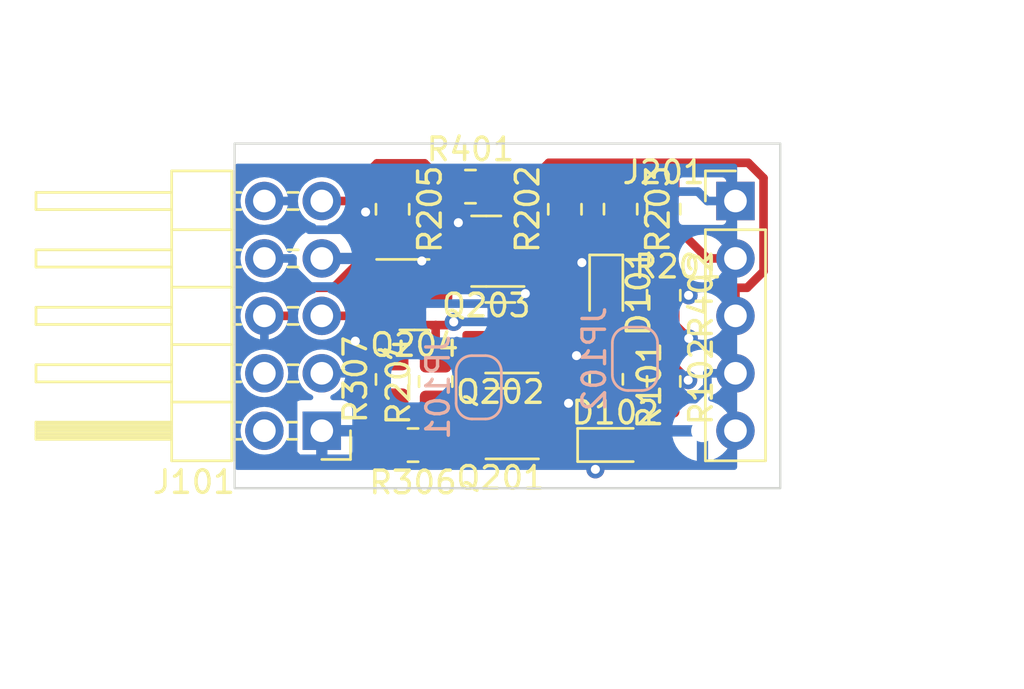
<source format=kicad_pcb>
(kicad_pcb (version 20240108) (generator "pcbnew") (generator_version "8.0")
  (layers (0 "F.Cu" signal) (31 "B.Cu" signal) (34 "B.Paste" user) (35 "F.Paste" user) (36 "B.SilkS" user "B.Silkscreen") (37 "F.SilkS" user "F.Silkscreen") (38 "B.Mask" user) (39 "F.Mask" user) (44 "Edge.Cuts" user))
  (net 0 "")
  (net 1 "Net-(D101-A)")
  (net 2 "Net-(D102-A)")
  (net 3 "GND")
  (net 4 "/RAILCOM_DATA")
  (net 5 "+3v3")
  (net 6 "Net-(JP101-B)")
  (net 7 "/DCC0")
  (net 8 "/DCC1")
  (net 9 "/rails_signal_feedback_dcc-railcom-8x50/RC_FB_IN")
  (net 10 "/rails_signal_feedback_dcc-railcom-8x50/RC_ON_OFF")
  (net 11 "/rails_signal_feedback_dcc-railcom-8x50/RC_CURR")
  (net 12 "Net-(JP102-B)")
  (net 13 "/rails_signal_feedback_dcc-railcom-8x50/RC_SIGNAL")
  (net 14 "/rails_signal_feedback_dcc-railcom-8x50/15R")
  (net 15 "/ACDC_SIGNAL")
  (net 16 "Net-(R306-Pad2)")
  (net 17 "/DCC_MM_SIGNAL")
  (net 20 "+U")
  (footprint "Resistor_SMD:R_0805_2012Metric_Pad1.20x1.40mm_HandSolder" (layer "F.Cu") (at 151.6889 82.91 -90)
    (property "Reference" "R102" (at 0 -1.65 90) (layer "F.SilkS"))
    (property "Value" "100R")
    (fp_line (start -0.227064 0.735) (end 0.227064 0.735) (stroke (width 0.12)) (layer "F.SilkS"))
    (fp_line (start -0.227064 -0.735) (end 0.227064 -0.735) (stroke (width 0.12)) (layer "F.SilkS"))
    (pad "1" smd roundrect (at -1 0 270) (size 1.2 1.4) (layers "F.Cu" "F.Paste" "F.Mask") (roundrect_rratio 0.208333) (net 12 "Net-(JP102-B)"))
    (pad "2" smd roundrect (at 1 0 270) (size 1.2 1.4) (layers "F.Cu" "F.Paste" "F.Mask") (roundrect_rratio 0.208333) (net 2 "Net-(D102-A)"))
  )
  (footprint "Resistor_SMD:R_0805_2012Metric_Pad1.20x1.40mm_HandSolder" (layer "F.Cu") (at 151.6889 79.1 -90)
    (property "Reference" "R402" (at 0 -1.65 90) (layer "F.SilkS"))
    (property "Value" "1k")
    (fp_line (start -0.227064 0.735) (end 0.227064 0.735) (stroke (width 0.12)) (layer "F.SilkS"))
    (fp_line (start -0.227064 -0.735) (end 0.227064 -0.735) (stroke (width 0.12)) (layer "F.SilkS"))
    (pad "1" smd roundrect (at -1 0 270) (size 1.2 1.4) (layers "F.Cu" "F.Paste" "F.Mask") (roundrect_rratio 0.208333) (net 15 "/ACDC_SIGNAL"))
    (pad "2" smd roundrect (at 1 0 270) (size 1.2 1.4) (layers "F.Cu" "F.Paste" "F.Mask") (roundrect_rratio 0.208333) (net 3 "GND"))
  )
  (footprint "Package_TO_SOT_SMD:SOT-23" (layer "F.Cu") (at 143.8425 77.15 180)
    (property "Reference" "Q203" (at 0 -2.4 180) (layer "F.SilkS"))
    (property "Value" "S8550")
    (fp_line (start 0 1.56) (end 0.65 1.56) (stroke (width 0.12)) (layer "F.SilkS"))
    (fp_line (start 0 1.56) (end -0.65 1.56) (stroke (width 0.12)) (layer "F.SilkS"))
    (fp_line (start 0 -1.56) (end 0.65 -1.56) (stroke (width 0.12)) (layer "F.SilkS"))
    (fp_line (start 0 -1.56) (end -1.675 -1.56) (stroke (width 0.12)) (layer "F.SilkS"))
    (pad "1" smd roundrect (at -0.9375 -0.95 180) (size 1.475 0.6) (layers "F.Cu" "F.Paste" "F.Mask") (net 5 "+3v3"))
    (pad "2" smd roundrect (at -0.9375 0.95 180) (size 1.475 0.6) (layers "F.Cu" "F.Paste" "F.Mask") (net 11 "/rails_signal_feedback_dcc-railcom-8x50/RC_CURR"))
    (pad "3" smd roundrect (at 0.9375 0 180) (size 1.475 0.6) (layers "F.Cu" "F.Paste" "F.Mask") (net 9 "/rails_signal_feedback_dcc-railcom-8x50/RC_FB_IN"))
  )
  (footprint "Package_TO_SOT_SMD:SOT-23" (layer "F.Cu") (at 144.4625 80.9775 180)
    (property "Reference" "Q202" (at 0 -2.4 180) (layer "F.SilkS"))
    (property "Value" "S8550")
    (fp_line (start 0 1.56) (end 0.65 1.56) (stroke (width 0.12)) (layer "F.SilkS"))
    (fp_line (start 0 1.56) (end -0.65 1.56) (stroke (width 0.12)) (layer "F.SilkS"))
    (fp_line (start 0 -1.56) (end 0.65 -1.56) (stroke (width 0.12)) (layer "F.SilkS"))
    (fp_line (start 0 -1.56) (end -1.675 -1.56) (stroke (width 0.12)) (layer "F.SilkS"))
    (pad "1" smd roundrect (at -0.9375 -0.95 180) (size 1.475 0.6) (layers "F.Cu" "F.Paste" "F.Mask") (net 11 "/rails_signal_feedback_dcc-railcom-8x50/RC_CURR"))
    (pad "2" smd roundrect (at -0.9375 0.95 180) (size 1.475 0.6) (layers "F.Cu" "F.Paste" "F.Mask") (net 9 "/rails_signal_feedback_dcc-railcom-8x50/RC_FB_IN"))
    (pad "3" smd roundrect (at 0.9375 0 180) (size 1.475 0.6) (layers "F.Cu" "F.Paste" "F.Mask") (net 13 "/rails_signal_feedback_dcc-railcom-8x50/RC_SIGNAL"))
  )
  (footprint "Resistor_SMD:R_0805_2012Metric_Pad1.20x1.40mm_HandSolder" (layer "F.Cu") (at 140.605 85.725 180)
    (property "Reference" "R306" (at 0 -1.65 180) (layer "F.SilkS"))
    (property "Value" "10k")
    (fp_line (start -0.227064 0.735) (end 0.227064 0.735) (stroke (width 0.12)) (layer "F.SilkS"))
    (fp_line (start -0.227064 -0.735) (end 0.227064 -0.735) (stroke (width 0.12)) (layer "F.SilkS"))
    (pad "1" smd roundrect (at -1 0 180) (size 1.2 1.4) (layers "F.Cu" "F.Paste" "F.Mask") (roundrect_rratio 0.208333) (net 8 "/DCC1"))
    (pad "2" smd roundrect (at 1 0 180) (size 1.2 1.4) (layers "F.Cu" "F.Paste" "F.Mask") (roundrect_rratio 0.208333) (net 16 "Net-(R306-Pad2)"))
  )
  (footprint "Package_TO_SOT_SMD:SOT-23" (layer "F.Cu") (at 144.4775 84.775 180)
    (property "Reference" "Q201" (at 0 -2.4 180) (layer "F.SilkS"))
    (property "Value" "S8050")
    (fp_line (start 0 1.56) (end 0.65 1.56) (stroke (width 0.12)) (layer "F.SilkS"))
    (fp_line (start 0 1.56) (end -0.65 1.56) (stroke (width 0.12)) (layer "F.SilkS"))
    (fp_line (start 0 -1.56) (end 0.65 -1.56) (stroke (width 0.12)) (layer "F.SilkS"))
    (fp_line (start 0 -1.56) (end -1.675 -1.56) (stroke (width 0.12)) (layer "F.SilkS"))
    (pad "1" smd roundrect (at -0.9375 -0.95 180) (size 1.475 0.6) (layers "F.Cu" "F.Paste" "F.Mask") (net 13 "/rails_signal_feedback_dcc-railcom-8x50/RC_SIGNAL"))
    (pad "2" smd roundrect (at -0.9375 0.95 180) (size 1.475 0.6) (layers "F.Cu" "F.Paste" "F.Mask") (net 13 "/rails_signal_feedback_dcc-railcom-8x50/RC_SIGNAL"))
    (pad "3" smd roundrect (at 0.9375 0 180) (size 1.475 0.6) (layers "F.Cu" "F.Paste" "F.Mask") (net 8 "/DCC1"))
  )
  (footprint "Resistor_SMD:R_0805_2012Metric_Pad1.20x1.40mm_HandSolder" (layer "F.Cu") (at 143.145 74.295)
    (property "Reference" "R401" (at 0 -1.65 0) (layer "F.SilkS"))
    (property "Value" "10k")
    (fp_line (start -0.227064 -0.735) (end 0.227064 -0.735) (stroke (width 0.12)) (layer "F.SilkS"))
    (fp_line (start -0.227064 0.735) (end 0.227064 0.735) (stroke (width 0.12)) (layer "F.SilkS"))
    (pad "1" smd roundrect (at -1 0) (size 1.2 1.4) (layers "F.Cu" "F.Paste" "F.Mask") (roundrect_rratio 0.208333) (net 20 "+U"))
    (pad "2" smd roundrect (at 1 0) (size 1.2 1.4) (layers "F.Cu" "F.Paste" "F.Mask") (roundrect_rratio 0.208333) (net 15 "/ACDC_SIGNAL"))
  )
  (footprint "Resistor_SMD:R_0805_2012Metric_Pad1.20x1.40mm_HandSolder" (layer "F.Cu") (at 149.7839 75.29 -90)
    (property "Reference" "R203" (at 0 -1.65 90) (layer "F.SilkS"))
    (property "Value" "10R")
    (fp_line (start -0.227064 0.735) (end 0.227064 0.735) (stroke (width 0.12)) (layer "F.SilkS"))
    (fp_line (start -0.227064 -0.735) (end 0.227064 -0.735) (stroke (width 0.12)) (layer "F.SilkS"))
    (pad "1" smd roundrect (at -1 0 270) (size 1.2 1.4) (layers "F.Cu" "F.Paste" "F.Mask") (roundrect_rratio 0.2083333333) (net 14 "/rails_signal_feedback_dcc-railcom-8x50/15R"))
    (pad "2" smd roundrect (at 1 0 270) (size 1.2 1.4) (layers "F.Cu" "F.Paste" "F.Mask") (roundrect_rratio 0.2083333333) (net 5 "+3v3"))
  )
  (footprint "Resistor_SMD:R_0805_2012Metric_Pad1.20x1.40mm_HandSolder" (layer "F.Cu") (at 139.7 82.82 90)
    (property "Reference" "R307" (at 0 -1.65 -90) (layer "F.SilkS"))
    (property "Value" "10k")
    (fp_line (start -0.227064 -0.735) (end 0.227064 -0.735) (stroke (width 0.12)) (layer "F.SilkS"))
    (fp_line (start -0.227064 0.735) (end 0.227064 0.735) (stroke (width 0.12)) (layer "F.SilkS"))
    (pad "1" smd roundrect (at -1 0 90) (size 1.2 1.4) (layers "F.Cu" "F.Paste" "F.Mask") (roundrect_rratio 0.208333) (net 16 "Net-(R306-Pad2)"))
    (pad "2" smd roundrect (at 1 0 90) (size 1.2 1.4) (layers "F.Cu" "F.Paste" "F.Mask") (roundrect_rratio 0.208333) (net 17 "/DCC_MM_SIGNAL"))
  )
  (footprint "Resistor_SMD:R_0805_2012Metric_Pad1.20x1.40mm_HandSolder" (layer "F.Cu") (at 149.1489 82.815 90)
    (property "Reference" "R101" (at -0.27 1.905 -90) (layer "F.SilkS"))
    (property "Value" "100R")
    (fp_line (start -0.227064 -0.735) (end 0.227064 -0.735) (stroke (width 0.12)) (layer "F.SilkS"))
    (fp_line (start -0.227064 0.735) (end 0.227064 0.735) (stroke (width 0.12)) (layer "F.SilkS"))
    (pad "1" smd roundrect (at -1 0 90) (size 1.2 1.4) (layers "F.Cu" "F.Paste" "F.Mask") (roundrect_rratio 0.2083333333) (net 6 "Net-(JP101-B)"))
    (pad "2" smd roundrect (at 1 0 90) (size 1.2 1.4) (layers "F.Cu" "F.Paste" "F.Mask") (roundrect_rratio 0.2083333333) (net 1 "Net-(D101-A)"))
  )
  (footprint "Resistor_SMD:R_0805_2012Metric_Pad1.20x1.40mm_HandSolder" (layer "F.Cu") (at 147.32 75.295 90)
    (property "Reference" "R202" (at 0 -1.65 -90) (layer "F.SilkS"))
    (property "Value" "10R")
    (fp_line (start -0.227064 -0.735) (end 0.227064 -0.735) (stroke (width 0.12)) (layer "F.SilkS"))
    (fp_line (start -0.227064 0.735) (end 0.227064 0.735) (stroke (width 0.12)) (layer "F.SilkS"))
    (pad "1" smd roundrect (at -1 0 90) (size 1.2 1.4) (layers "F.Cu" "F.Paste" "F.Mask") (roundrect_rratio 0.2083333333) (net 11 "/rails_signal_feedback_dcc-railcom-8x50/RC_CURR"))
    (pad "2" smd roundrect (at 1 0 90) (size 1.2 1.4) (layers "F.Cu" "F.Paste" "F.Mask") (roundrect_rratio 0.2083333333) (net 14 "/rails_signal_feedback_dcc-railcom-8x50/15R"))
  )
  (footprint "Resistor_SMD:R_0805_2012Metric_Pad1.20x1.40mm_HandSolder" (layer "F.Cu") (at 139.7 75.295 -90)
    (property "Reference" "R205" (at 0 -1.65 90) (layer "F.SilkS"))
    (property "Value" "10k")
    (fp_line (start -0.227064 0.735) (end 0.227064 0.735) (stroke (width 0.12)) (layer "F.SilkS"))
    (fp_line (start -0.227064 -0.735) (end 0.227064 -0.735) (stroke (width 0.12)) (layer "F.SilkS"))
    (pad "1" smd roundrect (at -1 0 270) (size 1.2 1.4) (layers "F.Cu" "F.Paste" "F.Mask") (roundrect_rratio 0.2083333333) (net 9 "/rails_signal_feedback_dcc-railcom-8x50/RC_FB_IN"))
    (pad "2" smd roundrect (at 1 0 270) (size 1.2 1.4) (layers "F.Cu" "F.Paste" "F.Mask") (roundrect_rratio 0.2083333333) (net 4 "/RAILCOM_DATA"))
  )
  (footprint "Connector_PinHeader_2.54mm:PinHeader_2x05_P2.54mm_Horizontal" (layer "F.Cu") (at 136.5695 85.09 180)
    (property "Reference" "J101" (at 5.655 -2.27 180) (layer "F.SilkS"))
    (property "Value" "Conn_02x05_Odd_Even")
    (fp_line (start 12.64 10.54) (end 6.64 10.54) (stroke (width 0.12)) (layer "F.SilkS"))
    (fp_line (start 12.64 9.78) (end 12.64 10.54) (stroke (width 0.12)) (layer "F.SilkS"))
    (fp_line (start 12.64 8) (end 6.64 8) (stroke (width 0.12)) (layer "F.SilkS"))
    (fp_line (start 12.64 7.24) (end 12.64 8) (stroke (width 0.12)) (layer "F.SilkS"))
    (fp_line (start 12.64 5.46) (end 6.64 5.46) (stroke (width 0.12)) (layer "F.SilkS"))
    (fp_line (start 12.64 4.7) (end 12.64 5.46) (stroke (width 0.12)) (layer "F.SilkS"))
    (fp_line (start 12.64 2.92) (end 6.64 2.92) (stroke (width 0.12)) (layer "F.SilkS"))
    (fp_line (start 12.64 2.16) (end 12.64 2.92) (stroke (width 0.12)) (layer "F.SilkS"))
    (fp_line (start 12.64 0.38) (end 6.64 0.38) (stroke (width 0.12)) (layer "F.SilkS"))
    (fp_line (start 12.64 -0.38) (end 12.64 0.38) (stroke (width 0.12)) (layer "F.SilkS"))
    (fp_line (start 6.64 11.49) (end 6.64 -1.33) (stroke (width 0.12)) (layer "F.SilkS"))
    (fp_line (start 6.64 9.78) (end 12.64 9.78) (stroke (width 0.12)) (layer "F.SilkS"))
    (fp_line (start 6.64 7.24) (end 12.64 7.24) (stroke (width 0.12)) (layer "F.SilkS"))
    (fp_line (start 6.64 4.7) (end 12.64 4.7) (stroke (width 0.12)) (layer "F.SilkS"))
    (fp_line (start 6.64 2.16) (end 12.64 2.16) (stroke (width 0.12)) (layer "F.SilkS"))
    (fp_line (start 6.64 0.28) (end 12.64 0.28) (stroke (width 0.12)) (layer "F.SilkS"))
    (fp_line (start 6.64 0.16) (end 12.64 0.16) (stroke (width 0.12)) (layer "F.SilkS"))
    (fp_line (start 6.64 0.04) (end 12.64 0.04) (stroke (width 0.12)) (layer "F.SilkS"))
    (fp_line (start 6.64 -0.08) (end 12.64 -0.08) (stroke (width 0.12)) (layer "F.SilkS"))
    (fp_line (start 6.64 -0.2) (end 12.64 -0.2) (stroke (width 0.12)) (layer "F.SilkS"))
    (fp_line (start 6.64 -0.32) (end 12.64 -0.32) (stroke (width 0.12)) (layer "F.SilkS"))
    (fp_line (start 6.64 -0.38) (end 12.64 -0.38) (stroke (width 0.12)) (layer "F.SilkS"))
    (fp_line (start 6.64 -1.33) (end 3.98 -1.33) (stroke (width 0.12)) (layer "F.SilkS"))
    (fp_line (start 3.98 11.49) (end 6.64 11.49) (stroke (width 0.12)) (layer "F.SilkS"))
    (fp_line (start 3.98 8.89) (end 6.64 8.89) (stroke (width 0.12)) (layer "F.SilkS"))
    (fp_line (start 3.98 6.35) (end 6.64 6.35) (stroke (width 0.12)) (layer "F.SilkS"))
    (fp_line (start 3.98 3.81) (end 6.64 3.81) (stroke (width 0.12)) (layer "F.SilkS"))
    (fp_line (start 3.98 1.27) (end 6.64 1.27) (stroke (width 0.12)) (layer "F.SilkS"))
    (fp_line (start 3.98 -1.33) (end 3.98 11.49) (stroke (width 0.12)) (layer "F.SilkS"))
    (fp_line (start 3.582929 10.54) (end 3.98 10.54) (stroke (width 0.12)) (layer "F.SilkS"))
    (fp_line (start 3.582929 9.78) (end 3.98 9.78) (stroke (width 0.12)) (layer "F.SilkS"))
    (fp_line (start 3.582929 8) (end 3.98 8) (stroke (width 0.12)) (layer "F.SilkS"))
    (fp_line (start 3.582929 7.24) (end 3.98 7.24) (stroke (width 0.12)) (layer "F.SilkS"))
    (fp_line (start 3.582929 5.46) (end 3.98 5.46) (stroke (width 0.12)) (layer "F.SilkS"))
    (fp_line (start 3.582929 4.7) (end 3.98 4.7) (stroke (width 0.12)) (layer "F.SilkS"))
    (fp_line (start 3.582929 2.92) (end 3.98 2.92) (stroke (width 0.12)) (layer "F.SilkS"))
    (fp_line (start 3.582929 2.16) (end 3.98 2.16) (stroke (width 0.12)) (layer "F.SilkS"))
    (fp_line (start 3.582929 0.38) (end 3.98 0.38) (stroke (width 0.12)) (layer "F.SilkS"))
    (fp_line (start 3.582929 -0.38) (end 3.98 -0.38) (stroke (width 0.12)) (layer "F.SilkS"))
    (fp_line (start 1.11 0.38) (end 1.497071 0.38) (stroke (width 0.12)) (layer "F.SilkS"))
    (fp_line (start 1.11 -0.38) (end 1.497071 -0.38) (stroke (width 0.12)) (layer "F.SilkS"))
    (fp_line (start 1.042929 10.54) (end 1.497071 10.54) (stroke (width 0.12)) (layer "F.SilkS"))
    (fp_line (start 1.042929 9.78) (end 1.497071 9.78) (stroke (width 0.12)) (layer "F.SilkS"))
    (fp_line (start 1.042929 8) (end 1.497071 8) (stroke (width 0.12)) (layer "F.SilkS"))
    (fp_line (start 1.042929 7.24) (end 1.497071 7.24) (stroke (width 0.12)) (layer "F.SilkS"))
    (fp_line (start 1.042929 5.46) (end 1.497071 5.46) (stroke (width 0.12)) (layer "F.SilkS"))
    (fp_line (start 1.042929 4.7) (end 1.497071 4.7) (stroke (width 0.12)) (layer "F.SilkS"))
    (fp_line (start 1.042929 2.92) (end 1.497071 2.92) (stroke (width 0.12)) (layer "F.SilkS"))
    (fp_line (start 1.042929 2.16) (end 1.497071 2.16) (stroke (width 0.12)) (layer "F.SilkS"))
    (fp_line (start -1.27 0) (end -1.27 -1.27) (stroke (width 0.12)) (layer "F.SilkS"))
    (fp_line (start -1.27 -1.27) (end 0 -1.27) (stroke (width 0.12)) (layer "F.SilkS"))
    (pad "1" thru_hole rect (at 0 0 180) (size 1.7 1.7) (drill 1) (layers "*.Cu" "*.Mask") (net 3 "GND"))
    (pad "2" thru_hole oval (at 2.54 0 180) (size 1.7 1.7) (drill 1) (layers "*.Cu" "*.Mask"))
    (pad "3" thru_hole oval (at 0 2.54 180) (size 1.7 1.7) (drill 1) (layers "*.Cu" "*.Mask") (net 5 "+3v3"))
    (pad "4" thru_hole oval (at 2.54 2.54 180) (size 1.7 1.7) (drill 1) (layers "*.Cu" "*.Mask"))
    (pad "5" thru_hole oval (at 0 5.08 180) (size 1.7 1.7) (drill 1) (layers "*.Cu" "*.Mask") (net 7 "/DCC0"))
    (pad "6" thru_hole oval (at 2.54 5.08 180) (size 1.7 1.7) (drill 1) (layers "*.Cu" "*.Mask") (net 4 "/RAILCOM_DATA"))
    (pad "7" thru_hole oval (at 0 7.62 180) (size 1.7 1.7) (drill 1) (layers "*.Cu" "*.Mask") (net 3 "GND"))
    (pad "8" thru_hole oval (at 2.54 7.62 180) (size 1.7 1.7) (drill 1) (layers "*.Cu" "*.Mask") (net 17 "/DCC_MM_SIGNAL"))
    (pad "9" thru_hole oval (at 0 10.16 180) (size 1.7 1.7) (drill 1) (layers "*.Cu" "*.Mask") (net 20 "+U"))
    (pad "10" thru_hole oval (at 2.54 10.16 180) (size 1.7 1.7) (drill 1) (layers "*.Cu" "*.Mask") (net 15 "/ACDC_SIGNAL"))
  )
  (footprint "Connector_PinHeader_2.54mm:PinHeader_1x05_P2.54mm_Vertical" (layer "F.Cu") (at 154.8639 74.93)
    (property "Reference" "J201" (at -3.175 -1.27 0) (layer "F.SilkS"))
    (property "Value" "Conn_01x05")
    (fp_line (start -1.33 -1.33) (end 0 -1.33) (stroke (width 0.12)) (layer "F.SilkS"))
    (fp_line (start -1.33 0) (end -1.33 -1.33) (stroke (width 0.12)) (layer "F.SilkS"))
    (fp_line (start -1.33 1.27) (end -1.33 11.49) (stroke (width 0.12)) (layer "F.SilkS"))
    (fp_line (start -1.33 1.27) (end 1.33 1.27) (stroke (width 0.12)) (layer "F.SilkS"))
    (fp_line (start -1.33 11.49) (end 1.33 11.49) (stroke (width 0.12)) (layer "F.SilkS"))
    (fp_line (start 1.33 1.27) (end 1.33 11.49) (stroke (width 0.12)) (layer "F.SilkS"))
    (pad "1" thru_hole rect (at 0 0) (size 1.7 1.7) (drill 1) (layers "*.Cu" "*.Mask") (net 4 "/RAILCOM_DATA"))
    (pad "2" thru_hole oval (at 0 2.54) (size 1.7 1.7) (drill 1) (layers "*.Cu" "*.Mask") (net 11 "/rails_signal_feedback_dcc-railcom-8x50/RC_CURR"))
    (pad "3" thru_hole oval (at 0 5.08) (size 1.7 1.7) (drill 1) (layers "*.Cu" "*.Mask") (net 9 "/rails_signal_feedback_dcc-railcom-8x50/RC_FB_IN"))
    (pad "4" thru_hole oval (at 0 7.62) (size 1.7 1.7) (drill 1) (layers "*.Cu" "*.Mask") (net 10 "/rails_signal_feedback_dcc-railcom-8x50/RC_ON_OFF"))
    (pad "5" thru_hole oval (at 0 10.16) (size 1.7 1.7) (drill 1) (layers "*.Cu" "*.Mask") (net 3 "GND"))
  )
  (footprint "LED_SMD:LED_0603_1608Metric_Pad1.05x0.95mm_HandSolder" (layer "F.Cu") (at 149.5439 85.72)
    (property "Reference" "D102" (at 0 -1.43 0) (layer "F.SilkS"))
    (property "Value" "LED")
    (fp_line (start -1.66 -0.735) (end -1.66 0.735) (stroke (width 0.12)) (layer "F.SilkS"))
    (fp_line (start -1.66 0.735) (end 0.8 0.735) (stroke (width 0.12)) (layer "F.SilkS"))
    (fp_line (start 0.8 -0.735) (end -1.66 -0.735) (stroke (width 0.12)) (layer "F.SilkS"))
    (pad "1" smd roundrect (at -0.875 0) (size 1.05 0.95) (layers "F.Cu" "F.Paste" "F.Mask") (net 3 "GND"))
    (pad "2" smd roundrect (at 0.875 0) (size 1.05 0.95) (layers "F.Cu" "F.Paste" "F.Mask") (net 2 "Net-(D102-A)"))
  )
  (footprint "LED_SMD:LED_0603_1608Metric_Pad1.05x0.95mm_HandSolder" (layer "F.Cu") (at 149.1489 78.975 -90)
    (property "Reference" "D101" (at 0 -1.43 90) (layer "F.SilkS"))
    (property "Value" "LED")
    (fp_line (start -1.66 0.735) (end 0.8 0.735) (stroke (width 0.12)) (layer "F.SilkS"))
    (fp_line (start -1.66 -0.735) (end -1.66 0.735) (stroke (width 0.12)) (layer "F.SilkS"))
    (fp_line (start 0.8 -0.735) (end -1.66 -0.735) (stroke (width 0.12)) (layer "F.SilkS"))
    (pad "1" smd roundrect (at -0.875 0 270) (size 1.05 0.95) (layers "F.Cu" "F.Paste" "F.Mask") (net 3 "GND"))
    (pad "2" smd roundrect (at 0.875 0 270) (size 1.05 0.95) (layers "F.Cu" "F.Paste" "F.Mask") (net 1 "Net-(D101-A)"))
  )
  (footprint "Resistor_SMD:R_0805_2012Metric_Pad1.20x1.40mm_HandSolder" (layer "F.Cu") (at 151.6889 75.29 90)
    (property "Reference" "R201" (at -2.54 0.635 0) (layer "F.SilkS"))
    (property "Value" "10R")
    (fp_line (start -0.227064 -0.735) (end 0.227064 -0.735) (stroke (width 0.12)) (layer "F.SilkS"))
    (fp_line (start -0.227064 0.735) (end 0.227064 0.735) (stroke (width 0.12)) (layer "F.SilkS"))
    (pad "1" smd roundrect (at -1 0 90) (size 1.2 1.4) (layers "F.Cu" "F.Paste" "F.Mask") (roundrect_rratio 0.2083333333) (net 11 "/rails_signal_feedback_dcc-railcom-8x50/RC_CURR"))
    (pad "2" smd roundrect (at 1 0 90) (size 1.2 1.4) (layers "F.Cu" "F.Paste" "F.Mask") (roundrect_rratio 0.2083333333) (net 14 "/rails_signal_feedback_dcc-railcom-8x50/15R"))
  )
  (footprint "Package_TO_SOT_SMD:SOT-23" (layer "F.Cu") (at 140.6675 79.0725)
    (property "Reference" "Q204" (at 0 2.225 0) (layer "F.SilkS"))
    (property "Value" "S8050")
    (fp_line (start 0 -1.56) (end -1.675 -1.56) (stroke (width 0.12)) (layer "F.SilkS"))
    (fp_line (start 0 -1.56) (end 0.65 -1.56) (stroke (width 0.12)) (layer "F.SilkS"))
    (fp_line (start 0 1.56) (end -0.65 1.56) (stroke (width 0.12)) (layer "F.SilkS"))
    (fp_line (start 0 1.56) (end 0.65 1.56) (stroke (width 0.12)) (layer "F.SilkS"))
    (pad "1" smd roundrect (at -0.9375 -0.95) (size 1.475 0.6) (layers "F.Cu" "F.Paste" "F.Mask") (net 3 "GND"))
    (pad "2" smd roundrect (at -0.9375 0.95) (size 1.475 0.6) (layers "F.Cu" "F.Paste" "F.Mask") (net 10 "/rails_signal_feedback_dcc-railcom-8x50/RC_ON_OFF"))
    (pad "3" smd roundrect (at 0.9375 0) (size 1.475 0.6) (layers "F.Cu" "F.Paste" "F.Mask") (net 7 "/DCC0"))
  )
  (footprint "Resistor_SMD:R_0805_2012Metric_Pad1.20x1.40mm_HandSolder" (layer "F.Cu") (at 141.605 82.915 90)
    (property "Reference" "R204" (at 0 -1.65 -90) (layer "F.SilkS"))
    (property "Value" "10k")
    (fp_line (start -0.227064 -0.735) (end 0.227064 -0.735) (stroke (width 0.12)) (layer "F.SilkS"))
    (fp_line (start -0.227064 0.735) (end 0.227064 0.735) (stroke (width 0.12)) (layer "F.SilkS"))
    (pad "1" smd roundrect (at -1 0 90) (size 1.2 1.4) (layers "F.Cu" "F.Paste" "F.Mask") (roundrect_rratio 0.2083333333) (net 13 "/rails_signal_feedback_dcc-railcom-8x50/RC_SIGNAL"))
    (pad "2" smd roundrect (at 1 0 90) (size 1.2 1.4) (layers "F.Cu" "F.Paste" "F.Mask") (roundrect_rratio 0.2083333333) (net 10 "/rails_signal_feedback_dcc-railcom-8x50/RC_ON_OFF"))
  )
  (footprint "Jumper:SolderJumper-2_P1.3mm_Bridged_RoundedPad1.0x1.5mm" (layer "B.Cu") (at 150.4189 81.91 -90)
    (property "Reference" "JP102" (at 0 1.8 90) (layer "B.SilkS") (effects (justify mirror)))
    (property "Value" "SolderJumper_2_Bridged")
    (fp_poly (pts (xy 0.25 0.3) (xy -0.25 0.3) (xy -0.25 -0.3) (xy 0.25 -0.3)) (fill solid) (layer "B.Cu"))
    (fp_line (start 0.7 1) (end -0.7 1) (stroke (width 0.12)) (layer "B.SilkS"))
    (fp_line (start -1.4 0.3) (end -1.4 -0.3) (stroke (width 0.12)) (layer "B.SilkS"))
    (fp_line (start 1.4 -0.3) (end 1.4 0.3) (stroke (width 0.12)) (layer "B.SilkS"))
    (fp_line (start -0.7 -1) (end 0.7 -1) (stroke (width 0.12)) (layer "B.SilkS"))
    (fp_arc (start -0.7 1) (mid -1.194975 0.794975) (end -1.4 0.3) (stroke (width 0.12)) (layer "B.SilkS"))
    (fp_arc (start 1.4 0.3) (mid 1.194975 0.794975) (end 0.7 1) (stroke (width 0.12)) (layer "B.SilkS"))
    (fp_arc (start -1.4 -0.3) (mid -1.194975 -0.794975) (end -0.7 -1) (stroke (width 0.12)) (layer "B.SilkS"))
    (fp_arc (start 0.7 -1) (mid 1.194975 -0.794975) (end 1.4 -0.3) (stroke (width 0.12)) (layer "B.SilkS"))
    (pad "1" smd custom (at -0.65 0 270) (size 1 0.5) (layers "B.Cu" "B.Mask") (net 15 "/ACDC_SIGNAL") (options (clearance outline) (anchor rect)) (primitives (gr_circle (center 0 -0.25) (end 0.5 -0.25) (width 0) (fill yes)) (gr_circle (center 0 0.25) (end 0.5 0.25) (width 0) (fill yes)) (gr_poly (pts (xy 0.5 -0.75) (xy 0 -0.75) (xy 0 0.75) (xy 0.5 0.75)) (width 0) (fill yes))))
    (pad "2" smd custom (at 0.65 0 270) (size 1 0.5) (layers "B.Cu" "B.Mask") (net 12 "Net-(JP102-B)") (options (clearance outline) (anchor rect)) (primitives (gr_circle (center 0 -0.25) (end 0.5 -0.25) (width 0) (fill yes)) (gr_circle (center 0 0.25) (end 0.5 0.25) (width 0) (fill yes)) (gr_poly (pts (xy 0 -0.75) (xy -0.5 -0.75) (xy -0.5 0.75) (xy 0 0.75)) (width 0) (fill yes))))
  )
  (footprint "Jumper:SolderJumper-2_P1.3mm_Bridged_RoundedPad1.0x1.5mm" (layer "B.Cu") (at 143.51 83.17 -90)
    (property "Reference" "JP101" (at 0 1.8 90) (layer "B.SilkS") (effects (justify mirror)))
    (property "Value" "SolderJumper_2_Bridged")
    (fp_poly (pts (xy 0.25 0.3) (xy -0.25 0.3) (xy -0.25 -0.3) (xy 0.25 -0.3)) (fill solid) (layer "B.Cu"))
    (fp_line (start 0.7 1) (end -0.7 1) (stroke (width 0.12)) (layer "B.SilkS"))
    (fp_line (start -1.4 0.3) (end -1.4 -0.3) (stroke (width 0.12)) (layer "B.SilkS"))
    (fp_line (start 1.4 -0.3) (end 1.4 0.3) (stroke (width 0.12)) (layer "B.SilkS"))
    (fp_line (start -0.7 -1) (end 0.7 -1) (stroke (width 0.12)) (layer "B.SilkS"))
    (fp_arc (start -0.7 1) (mid -1.194975 0.794975) (end -1.4 0.3) (stroke (width 0.12)) (layer "B.SilkS"))
    (fp_arc (start 1.4 0.3) (mid 1.194975 0.794975) (end 0.7 1) (stroke (width 0.12)) (layer "B.SilkS"))
    (fp_arc (start -1.4 -0.3) (mid -1.194975 -0.794975) (end -0.7 -1) (stroke (width 0.12)) (layer "B.SilkS"))
    (fp_arc (start 0.7 -1) (mid 1.194975 -0.794975) (end 1.4 -0.3) (stroke (width 0.12)) (layer "B.SilkS"))
    (pad "1" smd custom (at -0.65 0 270) (size 1 0.5) (layers "B.Cu" "B.Mask") (net 4 "/RAILCOM_DATA") (options (clearance outline) (anchor rect)) (primitives (gr_circle (center 0 -0.25) (end 0.5 -0.25) (width 0) (fill yes)) (gr_circle (center 0 0.25) (end 0.5 0.25) (width 0) (fill yes)) (gr_poly (pts (xy 0.5 -0.75) (xy 0 -0.75) (xy 0 0.75) (xy 0.5 0.75)) (width 0) (fill yes))))
    (pad "2" smd custom (at 0.65 0 270) (size 1 0.5) (layers "B.Cu" "B.Mask") (net 6 "Net-(JP101-B)") (options (clearance outline) (anchor rect)) (primitives (gr_circle (center 0 -0.25) (end 0.5 -0.25) (width 0) (fill yes)) (gr_circle (center 0 0.25) (end 0.5 0.25) (width 0) (fill yes)) (gr_poly (pts (xy 0 -0.75) (xy -0.5 -0.75) (xy -0.5 0.75) (xy 0 0.75)) (width 0) (fill yes))))
  )
  (gr_rect (start 132.715 72.39) (end 156.845 87.63) (stroke (width 0.1)) (fill none) (layer "Edge.Cuts"))
  (segment (start 149.1489 79.85) (end 149.1489 81.815) (width 0.381) (layer "F.Cu") (net 1))
  (segment (start 150.4189 85.72) (end 151.6889 84.45) (width 0.381) (layer "F.Cu") (net 2))
  (segment (start 151.6889 84.45) (end 151.6889 83.91) (width 0.381) (layer "F.Cu") (net 2))
  (segment (start 149.1489 78.1) (end 148.7027 77.6538) (width 0.381) (layer "F.Cu") (net 3))
  (segment (start 148.7027 77.6538) (end 148.0712 77.6538) (width 0.381) (layer "F.Cu") (net 3))
  (segment (start 151.8917 80.1) (end 152.7987 81.007) (width 0.381) (layer "F.Cu") (net 3))
  (segment (start 140.9906 77.5812) (end 140.2713 77.5812) (width 0.381) (layer "F.Cu") (net 3))
  (segment (start 151.6889 80.1) (end 151.8917 80.1) (width 0.381) (layer "F.Cu") (net 3))
  (segment (start 140.2713 77.5812) (end 139.73 78.1225) (width 0.381) (layer "F.Cu") (net 3))
  (segment (start 148.6689 85.72) (end 148.6689 86.7979) (width 0.381) (layer "F.Cu") (net 3))
  (via (at 152.7987 81.007) (size 0.8) (drill 0.4) (layers "F.Cu" "B.Cu") (net 3))
  (via (at 148.0712 77.6538) (size 0.8) (drill 0.4) (layers "F.Cu" "B.Cu") (net 3))
  (via (at 140.9906 77.5812) (size 0.8) (drill 0.4) (layers "F.Cu" "B.Cu") (net 3))
  (via (at 148.6689 86.7979) (size 0.8) (drill 0.4) (layers "F.Cu" "B.Cu") (net 3))
  (segment (start 137.0798 78.7678) (end 136.048 78.7678) (width 0.381) (layer "F.Cu") (net 4))
  (segment (start 139.4627 76.3849) (end 138.5066 75.4288) (width 0.381) (layer "F.Cu") (net 4))
  (segment (start 139.4627 76.3849) (end 139.6101 76.3849) (width 0.381) (layer "F.Cu") (net 4))
  (segment (start 136.048 78.7678) (end 135.2717 79.5441) (width 0.381) (layer "F.Cu") (net 4))
  (segment (start 138.5066 75.4288) (end 138.5066 75.4168) (width 0.381) (layer "F.Cu") (net 4))
  (segment (start 135.2717 79.5441) (end 135.2717 80.01) (width 0.381) (layer "F.Cu") (net 4))
  (segment (start 134.0295 80.01) (end 135.2717 80.01) (width 0.381) (layer "F.Cu") (net 4))
  (segment (start 139.6101 76.3849) (end 139.7 76.295) (width 0.381) (layer "F.Cu") (net 4))
  (segment (start 139.4627 76.3849) (end 137.0798 78.7678) (width 0.381) (layer "F.Cu") (net 4))
  (via (at 138.5066 75.4168) (size 0.8) (drill 0.4) (layers "F.Cu" "B.Cu") (net 4))
  (segment (start 135.2995 86.0984) (end 135.2995 82.0074) (width 0.381) (layer "B.Cu") (net 4))
  (segment (start 134.5443 81.2522) (end 134.0295 81.2522) (width 0.381) (layer "B.Cu") (net 4))
  (segment (start 139.1774 86.3322) (end 135.5333 86.3322) (width 0.381) (layer "B.Cu") (net 4))
  (segment (start 153.2049 74.5132) (end 139.4102 74.5132) (width 0.381) (layer "B.Cu") (net 4))
  (segment (start 154.8639 74.93) (end 153.6217 74.93) (width 0.381) (layer "B.Cu") (net 4))
  (segment (start 142.9896 82.52) (end 139.1774 86.3322) (width 0.381) (layer "B.Cu") (net 4))
  (segment (start 143.51 82.52) (end 142.9896 82.52) (width 0.381) (layer "B.Cu") (net 4))
  (segment (start 134.0295 80.01) (end 134.0295 81.2522) (width 0.381) (layer "B.Cu") (net 4))
  (segment (start 153.6217 74.93) (end 153.2049 74.5132) (width 0.381) (layer "B.Cu") (net 4))
  (segment (start 139.4102 74.5132) (end 138.5066 75.4168) (width 0.381) (layer "B.Cu") (net 4))
  (segment (start 135.5333 86.3322) (end 135.2995 86.0984) (width 0.381) (layer "B.Cu") (net 4))
  (segment (start 135.2995 82.0074) (end 134.5443 81.2522) (width 0.381) (layer "B.Cu") (net 4))
  (segment (start 150.2526 82.4392) (end 150.2526 76.7587) (width 0.381) (layer "F.Cu") (net 5))
  (segment (start 147.8335 81.768) (end 147.8335 82.2244) (width 0.381) (layer "F.Cu") (net 5))
  (segment (start 148.4241 82.815) (end 149.8768 82.815) (width 0.381) (layer "F.Cu") (net 5))
  (segment (start 150.2526 76.7587) (end 149.7839 76.29) (width 0.381) (layer "F.Cu") (net 5))
  (segment (start 145.5711 79.0256) (end 144.78 78.2345) (width 0.381) (layer "F.Cu") (net 5))
  (segment (start 144.78 78.2345) (end 144.78 78.1) (width 0.381) (layer "F.Cu") (net 5))
  (segment (start 147.8335 82.2244) (end 148.4241 82.815) (width 0.381) (layer "F.Cu") (net 5))
  (segment (start 149.8768 82.815) (end 150.2526 82.4392) (width 0.381) (layer "F.Cu") (net 5))
  (via (at 145.5711 79.0256) (size 0.8) (drill 0.4) (layers "F.Cu" "B.Cu") (net 5))
  (via (at 147.8335 81.768) (size 0.8) (drill 0.4) (layers "F.Cu" "B.Cu") (net 5))
  (segment (start 147.8335 81.7301) (end 147.8335 81.768) (width 0.381) (layer "B.Cu") (net 5))
  (segment (start 136.5695 82.55) (end 137.8117 82.55) (width 0.381) (layer "B.Cu") (net 5))
  (segment (start 145.5711 79.4677) (end 147.8335 81.7301) (width 0.381) (layer "B.Cu") (net 5))
  (segment (start 137.8117 82.55) (end 140.894 79.4677) (width 0.381) (layer "B.Cu") (net 5))
  (segment (start 145.5711 79.4677) (end 145.5711 79.0256) (width 0.381) (layer "B.Cu") (net 5))
  (segment (start 140.894 79.4677) (end 145.5711 79.4677) (width 0.381) (layer "B.Cu") (net 5))
  (segment (start 149.0881 83.8758) (end 149.1489 83.815) (width 0.381) (layer "F.Cu") (net 6))
  (segment (start 147.4831 83.8758) (end 149.0881 83.8758) (width 0.381) (layer "F.Cu") (net 6))
  (via (at 147.4831 83.8758) (size 0.8) (drill 0.4) (layers "F.Cu" "B.Cu") (net 6))
  (segment (start 143.51 83.82) (end 147.4273 83.82) (width 0.381) (layer "B.Cu") (net 6))
  (segment (start 147.4273 83.82) (end 147.4831 83.8758) (width 0.381) (layer "B.Cu") (net 6))
  (segment (start 138.7492 79.0725) (end 141.605 79.0725) (width 0.381) (layer "F.Cu") (net 7))
  (segment (start 137.8117 80.01) (end 138.7492 79.0725) (width 0.381) (layer "F.Cu") (net 7))
  (segment (start 136.5695 80.01) (end 137.8117 80.01) (width 0.381) (layer "F.Cu") (net 7))
  (segment (start 142.59 85.725) (end 143.54 84.775) (width 0.381) (layer "F.Cu") (net 8))
  (segment (start 141.605 85.725) (end 142.59 85.725) (width 0.381) (layer "F.Cu") (net 8))
  (segment (start 156.1061 73.9175) (end 156.1061 78.0404) (width 0.381) (layer "F.Cu") (net 9))
  (segment (start 155.4297 73.2411) (end 156.1061 73.9175) (width 0.381) (layer "F.Cu") (net 9))
  (segment (start 143.2842 77.186) (end 143.5986 76.8716) (width 0.381) (layer "F.Cu") (net 9))
  (segment (start 143.5986 75.8762) (end 144.0053 75.4695) (width 0.381) (layer "F.Cu") (net 9))
  (segment (start 154.8639 80.01) (end 154.8639 78.7678) (width 0.381) (layer "F.Cu") (net 9))
  (segment (start 145.4 80.0275) (end 145.1769 80.0275) (width 0.381) (layer "F.Cu") (net 9))
  (segment (start 145.1769 80.0275) (end 143.2842 78.1348) (width 0.381) (layer "F.Cu") (net 9))
  (segment (start 142.941 77.186) (end 142.905 77.15) (width 0.381) (layer "F.Cu") (net 9))
  (segment (start 144.7466 75.4695) (end 145.9908 74.2253) (width 0.381) (layer "F.Cu") (net 9))
  (segment (start 145.9908 73.859) (end 146.6087 73.2411) (width 0.381) (layer "F.Cu") (net 9))
  (segment (start 144.0053 75.4695) (end 144.7466 75.4695) (width 0.381) (layer "F.Cu") (net 9))
  (segment (start 146.6087 73.2411) (end 155.4297 73.2411) (width 0.381) (layer "F.Cu") (net 9))
  (segment (start 142.555 77.15) (end 139.7 74.295) (width 0.381) (layer "F.Cu") (net 9))
  (segment (start 143.5986 76.8716) (end 143.5986 75.8762) (width 0.381) (layer "F.Cu") (net 9))
  (segment (start 145.9908 74.2253) (end 145.9908 73.859) (width 0.381) (layer "F.Cu") (net 9))
  (segment (start 143.2842 78.1348) (end 143.2842 77.186) (width 0.381) (layer "F.Cu") (net 9))
  (segment (start 155.3787 78.7678) (end 154.8639 78.7678) (width 0.381) (layer "F.Cu") (net 9))
  (segment (start 156.1061 78.0404) (end 155.3787 78.7678) (width 0.381) (layer "F.Cu") (net 9))
  (segment (start 143.2842 77.186) (end 142.941 77.186) (width 0.381) (layer "F.Cu") (net 9))
  (segment (start 142.905 77.15) (end 142.555 77.15) (width 0.381) (layer "F.Cu") (net 9))
  (segment (start 139.73 80.0225) (end 140.1256 80.4181) (width 0.381) (layer "F.Cu") (net 10))
  (segment (start 142.2618 80.4181) (end 142.4031 80.2768) (width 0.381) (layer "F.Cu") (net 10))
  (segment (start 141.605 80.4181) (end 141.605 81.915) (width 0.381) (layer "F.Cu") (net 10))
  (segment (start 140.1256 80.4181) (end 141.605 80.4181) (width 0.381) (layer "F.Cu") (net 10))
  (segment (start 141.605 80.4181) (end 142.2618 80.4181) (width 0.381) (layer "F.Cu") (net 10))
  (via (at 142.4031 80.2768) (size 0.8) (drill 0.4) (layers "F.Cu" "B.Cu") (net 10))
  (segment (start 148.5998 83.6912) (end 153.0615 83.6912) (width 0.381) (layer "B.Cu") (net 10))
  (segment (start 153.0615 83.6912) (end 153.6217 83.131) (width 0.381) (layer "B.Cu") (net 10))
  (segment (start 154.8639 82.55) (end 153.6217 82.55) (width 0.381) (layer "B.Cu") (net 10))
  (segment (start 145.1854 80.2768) (end 148.5998 83.6912) (width 0.381) (layer "B.Cu") (net 10))
  (segment (start 153.6217 83.131) (end 153.6217 82.55) (width 0.381) (layer "B.Cu") (net 10))
  (segment (start 142.4031 80.2768) (end 145.1854 80.2768) (width 0.381) (layer "B.Cu") (net 10))
  (segment (start 144.875 76.295) (end 146.531 76.295) (width 0.381) (layer "F.Cu") (net 11))
  (segment (start 148.325 75.29) (end 147.32 76.295) (width 0.381) (layer "F.Cu") (net 11))
  (segment (start 154.8639 77.47) (end 153.6217 77.47) (width 0.381) (layer "F.Cu") (net 11))
  (segment (start 146.531 76.295) (end 147.32 76.295) (width 0.381) (layer "F.Cu") (net 11))
  (segment (start 151.6889 76.29) (end 150.6889 75.29) (width 0.381) (layer "F.Cu") (net 11))
  (segment (start 144.78 76.2) (end 144.875 76.295) (width 0.381) (layer "F.Cu") (net 11))
  (segment (start 146.531 80.7965) (end 146.531 76.295) (width 0.381) (layer "F.Cu") (net 11))
  (segment (start 152.4417 76.29) (end 151.6889 76.29) (width 0.381) (layer "F.Cu") (net 11))
  (segment (start 150.6889 75.29) (end 148.325 75.29) (width 0.381) (layer "F.Cu") (net 11))
  (segment (start 153.6217 77.47) (end 152.4417 76.29) (width 0.381) (layer "F.Cu") (net 11))
  (segment (start 145.4 81.9275) (end 146.531 80.7965) (width 0.381) (layer "F.Cu") (net 11))
  (segment (start 151.8303 81.91) (end 152.7732 82.8529) (width 0.381) (layer "F.Cu") (net 12))
  (segment (start 151.6889 81.91) (end 151.8303 81.91) (width 0.381) (layer "F.Cu") (net 12))
  (via (at 152.7732 82.8529) (size 0.8) (drill 0.4) (layers "F.Cu" "B.Cu") (net 12))
  (segment (start 150.4189 82.56) (end 152.4803 82.56) (width 0.381) (layer "B.Cu") (net 12))
  (segment (start 152.4803 82.56) (end 152.7732 82.8529) (width 0.381) (layer "B.Cu") (net 12))
  (segment (start 145.415 83.825) (end 143.555 81.965) (width 0.381) (layer "F.Cu") (net 13))
  (segment (start 143.525 81.935) (end 143.525 80.9775) (width 0.381) (layer "F.Cu") (net 13))
  (segment (start 143.555 81.965) (end 141.605 83.915) (width 0.381) (layer "F.Cu") (net 13))
  (segment (start 143.555 81.965) (end 143.525 81.935) (width 0.381) (layer "F.Cu") (net 13))
  (segment (start 145.415 85.725) (end 145.415 83.825) (width 0.381) (layer "F.Cu") (net 13))
  (segment (start 149.7789 74.295) (end 149.7839 74.29) (width 0.381) (layer "F.Cu") (net 14))
  (segment (start 147.32 74.295) (end 149.7789 74.295) (width 0.381) (layer "F.Cu") (net 14))
  (segment (start 151.6889 74.29) (end 149.7839 74.29) (width 0.381) (layer "F.Cu") (net 14))
  (segment (start 152.791 79.1) (end 152.6889 79.1) (width 0.381) (layer "F.Cu") (net 15))
  (segment (start 144.145 74.3515) (end 142.6084 75.8881) (width 0.381) (layer "F.Cu") (net 15))
  (segment (start 144.145 74.295) (end 144.145 74.3515) (width 0.381) (layer "F.Cu") (net 15))
  (segment (start 152.6889 79.1) (end 151.6889 78.1) (width 0.381) (layer "F.Cu") (net 15))
  (via (at 152.791 79.1) (size 0.8) (drill 0.4) (layers "F.Cu" "B.Cu") (net 15))
  (via (at 142.6084 75.8881) (size 0.8) (drill 0.4) (layers "F.Cu" "B.Cu") (net 15))
  (segment (start 142.6084 76.2293) (end 142.6084 75.8881) (width 0.381) (layer "B.Cu") (net 15))
  (segment (start 145.3882 76.2293) (end 150.4189 81.26) (width 0.381) (layer "B.Cu") (net 15))
  (segment (start 142.6084 76.2293) (end 138.1986 76.2293) (width 0.381) (layer "B.Cu") (net 15))
  (segment (start 152.791 79.1) (end 152.5789 79.1) (width 0.381) (layer "B.Cu") (net 15))
  (segment (start 136.0269 76.2) (end 135.2717 75.4448) (width 0.381) (layer "B.Cu") (net 15))
  (segment (start 142.6084 76.2293) (end 145.3882 76.2293) (width 0.381) (layer "B.Cu") (net 15))
  (segment (start 138.1693 76.2) (end 136.0269 76.2) (width 0.381) (layer "B.Cu") (net 15))
  (segment (start 138.1986 76.2293) (end 138.1693 76.2) (width 0.381) (layer "B.Cu") (net 15))
  (segment (start 135.2717 75.4448) (end 135.2717 74.93) (width 0.381) (layer "B.Cu") (net 15))
  (segment (start 134.0295 74.93) (end 135.2717 74.93) (width 0.381) (layer "B.Cu") (net 15))
  (segment (start 152.5789 79.1) (end 150.4189 81.26) (width 0.381) (layer "B.Cu") (net 15))
  (segment (start 139.605 83.915) (end 139.605 85.725) (width 0.381) (layer "F.Cu") (net 16))
  (segment (start 139.7 83.82) (end 139.605 83.915) (width 0.381) (layer "F.Cu") (net 16))
  (segment (start 139.7 81.82) (end 139.0074 81.1274) (width 0.381) (layer "F.Cu") (net 17))
  (segment (start 139.0074 81.1274) (end 138.053 81.1274) (width 0.381) (layer "F.Cu") (net 17))
  (via (at 138.053 81.1274) (size 0.8) (drill 0.4) (layers "F.Cu" "B.Cu") (net 17))
  (segment (start 135.2717 77.47) (end 135.2717 77.9359) (width 0.381) (layer "B.Cu") (net 17))
  (segment (start 135.2717 77.9359) (end 136.048 78.7122) (width 0.381) (layer "B.Cu") (net 17))
  (segment (start 137.0896 78.7122) (end 138.053 79.6756) (width 0.381) (layer "B.Cu") (net 17))
  (segment (start 134.0295 77.47) (end 135.2717 77.47) (width 0.381) (layer "B.Cu") (net 17))
  (segment (start 136.048 78.7122) (end 137.0896 78.7122) (width 0.381) (layer "B.Cu") (net 17))
  (segment (start 138.053 79.6756) (end 138.053 81.1274) (width 0.381) (layer "B.Cu") (net 17))
  (segment (start 141.1143 73.2643) (end 142.145 74.295) (width 0.381) (layer "F.Cu") (net 20))
  (segment (start 137.8117 74.4642) (end 139.0116 73.2643) (width 0.381) (layer "F.Cu") (net 20))
  (segment (start 139.0116 73.2643) (end 141.1143 73.2643) (width 0.381) (layer "F.Cu") (net 20))
  (segment (start 137.8117 74.93) (end 137.8117 74.4642) (width 0.381) (layer "F.Cu") (net 20))
  (segment (start 136.5695 74.93) (end 137.8117 74.93) (width 0.381) (layer "F.Cu") (net 20))
  (zone (net 3) (net_name "GND") (layer "B.Cu") (connect_pads (clearance 0)) (min_thickness 0.25) (fill yes (thermal_gap 0.5) (thermal_bridge_width 0.5))
    (polygon (pts (xy 130.175 66.04) (xy 167.64 66.04) (xy 167.64 96.52) (xy 130.175 96.52)))
  )
)
</source>
